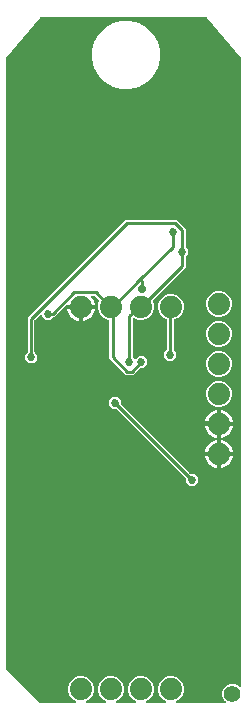
<source format=gbr>
G04 EAGLE Gerber RS-274X export*
G75*
%MOMM*%
%FSLAX34Y34*%
%LPD*%
%INBottom Copper*%
%IPPOS*%
%AMOC8*
5,1,8,0,0,1.08239X$1,22.5*%
G01*
%ADD10C,1.422400*%
%ADD11C,1.879600*%
%ADD12C,0.254000*%
%ADD13C,0.685800*%
%ADD14C,0.705600*%

G36*
X63899Y132096D02*
X63899Y132096D01*
X63996Y132106D01*
X64020Y132116D01*
X64046Y132120D01*
X64132Y132166D01*
X64221Y132206D01*
X64240Y132223D01*
X64263Y132236D01*
X64330Y132306D01*
X64402Y132372D01*
X64415Y132395D01*
X64433Y132414D01*
X64474Y132502D01*
X64521Y132588D01*
X64525Y132613D01*
X64536Y132637D01*
X64547Y132734D01*
X64564Y132830D01*
X64561Y132856D01*
X64563Y132881D01*
X64543Y132977D01*
X64529Y133073D01*
X64517Y133096D01*
X64511Y133122D01*
X64461Y133205D01*
X64417Y133292D01*
X64398Y133311D01*
X64385Y133333D01*
X64311Y133396D01*
X64241Y133464D01*
X64213Y133480D01*
X64198Y133493D01*
X64167Y133505D01*
X64095Y133545D01*
X62393Y134250D01*
X59320Y137323D01*
X57657Y141337D01*
X57657Y145683D01*
X59320Y149697D01*
X62393Y152770D01*
X66407Y154433D01*
X70753Y154433D01*
X74767Y152770D01*
X77840Y149697D01*
X79503Y145683D01*
X79503Y141337D01*
X77840Y137323D01*
X74767Y134250D01*
X73065Y133545D01*
X72982Y133494D01*
X72897Y133448D01*
X72879Y133430D01*
X72856Y133416D01*
X72794Y133340D01*
X72727Y133270D01*
X72716Y133246D01*
X72700Y133226D01*
X72665Y133135D01*
X72624Y133047D01*
X72621Y133021D01*
X72611Y132997D01*
X72607Y132899D01*
X72597Y132803D01*
X72602Y132777D01*
X72601Y132751D01*
X72628Y132657D01*
X72649Y132562D01*
X72662Y132540D01*
X72670Y132515D01*
X72725Y132435D01*
X72775Y132351D01*
X72795Y132334D01*
X72810Y132313D01*
X72888Y132254D01*
X72962Y132191D01*
X72986Y132181D01*
X73007Y132166D01*
X73100Y132136D01*
X73190Y132099D01*
X73223Y132096D01*
X73241Y132090D01*
X73274Y132090D01*
X73357Y132081D01*
X89203Y132081D01*
X89299Y132096D01*
X89396Y132106D01*
X89420Y132116D01*
X89446Y132120D01*
X89532Y132166D01*
X89621Y132206D01*
X89640Y132223D01*
X89663Y132236D01*
X89730Y132306D01*
X89802Y132372D01*
X89815Y132395D01*
X89833Y132414D01*
X89874Y132502D01*
X89921Y132588D01*
X89925Y132613D01*
X89936Y132637D01*
X89947Y132734D01*
X89964Y132830D01*
X89961Y132856D01*
X89963Y132881D01*
X89943Y132977D01*
X89929Y133073D01*
X89917Y133096D01*
X89911Y133122D01*
X89861Y133205D01*
X89817Y133292D01*
X89798Y133311D01*
X89785Y133333D01*
X89711Y133396D01*
X89641Y133464D01*
X89613Y133480D01*
X89598Y133493D01*
X89567Y133505D01*
X89495Y133545D01*
X87793Y134250D01*
X84720Y137323D01*
X83057Y141337D01*
X83057Y145683D01*
X84720Y149697D01*
X87793Y152770D01*
X91807Y154433D01*
X96153Y154433D01*
X100167Y152770D01*
X103240Y149697D01*
X104903Y145683D01*
X104903Y141337D01*
X103240Y137323D01*
X100167Y134250D01*
X98465Y133545D01*
X98382Y133494D01*
X98297Y133448D01*
X98279Y133430D01*
X98256Y133416D01*
X98194Y133340D01*
X98127Y133270D01*
X98116Y133246D01*
X98100Y133226D01*
X98065Y133135D01*
X98024Y133047D01*
X98021Y133021D01*
X98011Y132997D01*
X98007Y132899D01*
X97997Y132803D01*
X98002Y132777D01*
X98001Y132751D01*
X98028Y132657D01*
X98049Y132562D01*
X98062Y132540D01*
X98070Y132515D01*
X98125Y132435D01*
X98175Y132351D01*
X98195Y132334D01*
X98210Y132313D01*
X98288Y132254D01*
X98362Y132191D01*
X98386Y132181D01*
X98407Y132166D01*
X98500Y132136D01*
X98590Y132099D01*
X98623Y132096D01*
X98641Y132090D01*
X98674Y132090D01*
X98757Y132081D01*
X114603Y132081D01*
X114699Y132096D01*
X114796Y132106D01*
X114820Y132116D01*
X114846Y132120D01*
X114932Y132166D01*
X115021Y132206D01*
X115040Y132223D01*
X115063Y132236D01*
X115130Y132306D01*
X115202Y132372D01*
X115215Y132395D01*
X115233Y132414D01*
X115274Y132502D01*
X115321Y132588D01*
X115325Y132613D01*
X115336Y132637D01*
X115347Y132734D01*
X115364Y132830D01*
X115361Y132856D01*
X115363Y132881D01*
X115343Y132977D01*
X115329Y133073D01*
X115317Y133096D01*
X115311Y133122D01*
X115261Y133205D01*
X115217Y133292D01*
X115198Y133311D01*
X115185Y133333D01*
X115111Y133396D01*
X115041Y133464D01*
X115013Y133480D01*
X114998Y133493D01*
X114967Y133505D01*
X114895Y133545D01*
X113193Y134250D01*
X110120Y137323D01*
X108457Y141337D01*
X108457Y145683D01*
X110120Y149697D01*
X113193Y152770D01*
X117207Y154433D01*
X121553Y154433D01*
X125567Y152770D01*
X128640Y149697D01*
X130303Y145683D01*
X130303Y141337D01*
X128640Y137323D01*
X125567Y134250D01*
X123865Y133545D01*
X123782Y133494D01*
X123697Y133448D01*
X123679Y133430D01*
X123656Y133416D01*
X123594Y133340D01*
X123527Y133270D01*
X123516Y133246D01*
X123500Y133226D01*
X123465Y133135D01*
X123424Y133047D01*
X123421Y133021D01*
X123411Y132997D01*
X123407Y132899D01*
X123397Y132803D01*
X123402Y132777D01*
X123401Y132751D01*
X123428Y132657D01*
X123449Y132562D01*
X123462Y132540D01*
X123470Y132515D01*
X123525Y132435D01*
X123575Y132351D01*
X123595Y132334D01*
X123610Y132313D01*
X123688Y132254D01*
X123762Y132191D01*
X123786Y132181D01*
X123807Y132166D01*
X123900Y132136D01*
X123990Y132099D01*
X124023Y132096D01*
X124041Y132090D01*
X124074Y132090D01*
X124157Y132081D01*
X140003Y132081D01*
X140099Y132096D01*
X140196Y132106D01*
X140220Y132116D01*
X140246Y132120D01*
X140332Y132166D01*
X140421Y132206D01*
X140440Y132223D01*
X140463Y132236D01*
X140530Y132306D01*
X140602Y132372D01*
X140615Y132395D01*
X140633Y132414D01*
X140674Y132502D01*
X140721Y132588D01*
X140725Y132613D01*
X140736Y132637D01*
X140747Y132734D01*
X140764Y132830D01*
X140761Y132856D01*
X140763Y132881D01*
X140743Y132977D01*
X140729Y133073D01*
X140717Y133096D01*
X140711Y133122D01*
X140661Y133205D01*
X140617Y133292D01*
X140598Y133311D01*
X140585Y133333D01*
X140511Y133396D01*
X140441Y133464D01*
X140413Y133480D01*
X140398Y133493D01*
X140367Y133505D01*
X140295Y133545D01*
X138593Y134250D01*
X135520Y137323D01*
X133857Y141337D01*
X133857Y145683D01*
X135520Y149697D01*
X138593Y152770D01*
X142607Y154433D01*
X146953Y154433D01*
X150967Y152770D01*
X154040Y149697D01*
X155703Y145683D01*
X155703Y141337D01*
X154040Y137323D01*
X150967Y134250D01*
X149265Y133545D01*
X149182Y133494D01*
X149097Y133448D01*
X149079Y133430D01*
X149056Y133416D01*
X148994Y133340D01*
X148927Y133270D01*
X148916Y133246D01*
X148900Y133226D01*
X148865Y133135D01*
X148824Y133047D01*
X148821Y133021D01*
X148811Y132997D01*
X148807Y132899D01*
X148797Y132803D01*
X148802Y132777D01*
X148801Y132751D01*
X148828Y132657D01*
X148849Y132562D01*
X148862Y132540D01*
X148870Y132515D01*
X148925Y132435D01*
X148975Y132351D01*
X148995Y132334D01*
X149010Y132313D01*
X149088Y132254D01*
X149162Y132191D01*
X149186Y132181D01*
X149207Y132166D01*
X149300Y132136D01*
X149390Y132099D01*
X149423Y132096D01*
X149441Y132090D01*
X149474Y132090D01*
X149557Y132081D01*
X190417Y132081D01*
X190488Y132092D01*
X190560Y132094D01*
X190609Y132112D01*
X190660Y132120D01*
X190723Y132154D01*
X190791Y132179D01*
X190831Y132211D01*
X190877Y132236D01*
X190927Y132288D01*
X190983Y132332D01*
X191011Y132376D01*
X191047Y132414D01*
X191077Y132479D01*
X191116Y132539D01*
X191128Y132590D01*
X191150Y132637D01*
X191158Y132708D01*
X191176Y132778D01*
X191172Y132830D01*
X191177Y132881D01*
X191162Y132952D01*
X191157Y133023D01*
X191136Y133071D01*
X191125Y133122D01*
X191088Y133183D01*
X191060Y133249D01*
X191016Y133305D01*
X190999Y133333D01*
X190981Y133348D01*
X190956Y133380D01*
X189528Y134808D01*
X188213Y137982D01*
X188213Y141418D01*
X189528Y144592D01*
X191958Y147022D01*
X195132Y148337D01*
X198568Y148337D01*
X201742Y147022D01*
X203170Y145594D01*
X203228Y145553D01*
X203280Y145503D01*
X203327Y145481D01*
X203369Y145451D01*
X203438Y145430D01*
X203503Y145400D01*
X203555Y145394D01*
X203605Y145379D01*
X203676Y145380D01*
X203747Y145373D01*
X203798Y145384D01*
X203850Y145385D01*
X203918Y145410D01*
X203988Y145425D01*
X204033Y145451D01*
X204081Y145469D01*
X204137Y145514D01*
X204199Y145551D01*
X204233Y145591D01*
X204273Y145623D01*
X204312Y145683D01*
X204359Y145738D01*
X204378Y145786D01*
X204406Y145830D01*
X204424Y145899D01*
X204451Y145966D01*
X204459Y146037D01*
X204467Y146069D01*
X204465Y146092D01*
X204469Y146133D01*
X204469Y677335D01*
X204460Y677391D01*
X204461Y677448D01*
X204440Y677512D01*
X204430Y677578D01*
X204403Y677628D01*
X204385Y677682D01*
X204329Y677768D01*
X204314Y677795D01*
X204305Y677804D01*
X204293Y677822D01*
X175649Y712195D01*
X175647Y712197D01*
X175646Y712199D01*
X175553Y712278D01*
X175463Y712356D01*
X175460Y712357D01*
X175459Y712359D01*
X175344Y712405D01*
X175235Y712450D01*
X175233Y712450D01*
X175230Y712451D01*
X175064Y712469D01*
X34486Y712469D01*
X34484Y712469D01*
X34482Y712469D01*
X34360Y712449D01*
X34243Y712430D01*
X34241Y712428D01*
X34239Y712428D01*
X34131Y712370D01*
X34026Y712314D01*
X34025Y712313D01*
X34022Y712312D01*
X33901Y712195D01*
X5257Y677822D01*
X5228Y677773D01*
X5191Y677730D01*
X5166Y677668D01*
X5132Y677610D01*
X5121Y677555D01*
X5099Y677502D01*
X5088Y677400D01*
X5082Y677370D01*
X5083Y677356D01*
X5081Y677335D01*
X5081Y161170D01*
X5095Y161080D01*
X5103Y160989D01*
X5115Y160959D01*
X5120Y160927D01*
X5163Y160846D01*
X5199Y160762D01*
X5225Y160730D01*
X5236Y160710D01*
X5259Y160687D01*
X5304Y160632D01*
X33632Y132304D01*
X33705Y132251D01*
X33775Y132191D01*
X33805Y132179D01*
X33831Y132160D01*
X33918Y132133D01*
X34003Y132099D01*
X34044Y132095D01*
X34066Y132088D01*
X34099Y132089D01*
X34170Y132081D01*
X63803Y132081D01*
X63899Y132096D01*
G37*
%LPC*%
G36*
X106538Y409701D02*
X106538Y409701D01*
X92709Y423530D01*
X92709Y455676D01*
X92706Y455696D01*
X92708Y455715D01*
X92686Y455817D01*
X92670Y455919D01*
X92660Y455936D01*
X92656Y455956D01*
X92603Y456045D01*
X92554Y456136D01*
X92540Y456150D01*
X92530Y456167D01*
X92451Y456234D01*
X92376Y456306D01*
X92358Y456314D01*
X92343Y456327D01*
X92247Y456366D01*
X92153Y456409D01*
X92133Y456411D01*
X92115Y456419D01*
X91948Y456437D01*
X91807Y456437D01*
X87793Y458100D01*
X84720Y461173D01*
X83057Y465187D01*
X83057Y469533D01*
X84119Y472096D01*
X84128Y472135D01*
X84137Y472154D01*
X84141Y472191D01*
X84146Y472210D01*
X84174Y472323D01*
X84174Y472329D01*
X84175Y472335D01*
X84164Y472452D01*
X84155Y472568D01*
X84153Y472574D01*
X84152Y472580D01*
X84104Y472688D01*
X84059Y472795D01*
X84054Y472800D01*
X84052Y472805D01*
X84039Y472819D01*
X83954Y472926D01*
X80345Y476534D01*
X80271Y476587D01*
X80202Y476647D01*
X80172Y476659D01*
X80146Y476678D01*
X80059Y476705D01*
X79974Y476739D01*
X79933Y476743D01*
X79911Y476750D01*
X79878Y476749D01*
X79807Y476757D01*
X77904Y476757D01*
X77834Y476746D01*
X77762Y476744D01*
X77713Y476726D01*
X77662Y476718D01*
X77598Y476684D01*
X77531Y476659D01*
X77490Y476627D01*
X77444Y476602D01*
X77395Y476551D01*
X77339Y476506D01*
X77311Y476462D01*
X77275Y476424D01*
X77245Y476359D01*
X77206Y476299D01*
X77193Y476248D01*
X77171Y476201D01*
X77163Y476130D01*
X77146Y476060D01*
X77150Y476008D01*
X77144Y475957D01*
X77159Y475886D01*
X77165Y475815D01*
X77185Y475767D01*
X77196Y475716D01*
X77233Y475655D01*
X77261Y475589D01*
X77306Y475533D01*
X77323Y475505D01*
X77340Y475490D01*
X77366Y475458D01*
X77686Y475138D01*
X78791Y473617D01*
X79644Y471943D01*
X80225Y470156D01*
X80426Y468883D01*
X69342Y468883D01*
X69322Y468880D01*
X69303Y468882D01*
X69201Y468860D01*
X69099Y468843D01*
X69082Y468834D01*
X69062Y468830D01*
X68973Y468777D01*
X68882Y468728D01*
X68868Y468714D01*
X68851Y468704D01*
X68784Y468625D01*
X68713Y468550D01*
X68704Y468532D01*
X68691Y468517D01*
X68653Y468421D01*
X68609Y468327D01*
X68607Y468307D01*
X68599Y468289D01*
X68581Y468122D01*
X68581Y467359D01*
X68579Y467359D01*
X68579Y468122D01*
X68576Y468142D01*
X68578Y468161D01*
X68556Y468263D01*
X68539Y468365D01*
X68530Y468382D01*
X68526Y468402D01*
X68473Y468491D01*
X68424Y468582D01*
X68410Y468596D01*
X68400Y468613D01*
X68321Y468680D01*
X68246Y468751D01*
X68228Y468760D01*
X68213Y468773D01*
X68117Y468812D01*
X68023Y468855D01*
X68003Y468857D01*
X67985Y468865D01*
X67818Y468883D01*
X56591Y468883D01*
X56501Y468868D01*
X56410Y468861D01*
X56380Y468849D01*
X56348Y468843D01*
X56267Y468801D01*
X56184Y468765D01*
X56151Y468739D01*
X56131Y468728D01*
X56109Y468705D01*
X56053Y468660D01*
X45862Y458469D01*
X45166Y458469D01*
X45076Y458455D01*
X44985Y458447D01*
X44955Y458435D01*
X44923Y458430D01*
X44843Y458387D01*
X44759Y458351D01*
X44727Y458325D01*
X44706Y458314D01*
X44684Y458291D01*
X44628Y458246D01*
X42692Y456310D01*
X38588Y456310D01*
X35686Y459212D01*
X35686Y460680D01*
X35675Y460751D01*
X35673Y460823D01*
X35655Y460872D01*
X35647Y460923D01*
X35613Y460986D01*
X35588Y461054D01*
X35556Y461094D01*
X35531Y461140D01*
X35479Y461190D01*
X35435Y461246D01*
X35391Y461274D01*
X35353Y461310D01*
X35288Y461340D01*
X35228Y461379D01*
X35177Y461391D01*
X35130Y461413D01*
X35059Y461421D01*
X34989Y461439D01*
X34937Y461435D01*
X34886Y461440D01*
X34815Y461425D01*
X34744Y461420D01*
X34696Y461399D01*
X34645Y461388D01*
X34584Y461351D01*
X34518Y461323D01*
X34462Y461278D01*
X34434Y461262D01*
X34419Y461244D01*
X34387Y461218D01*
X29434Y456265D01*
X29381Y456191D01*
X29321Y456122D01*
X29309Y456092D01*
X29290Y456066D01*
X29263Y455978D01*
X29229Y455894D01*
X29225Y455853D01*
X29218Y455831D01*
X29219Y455798D01*
X29211Y455727D01*
X29211Y429214D01*
X29225Y429124D01*
X29233Y429033D01*
X29245Y429003D01*
X29250Y428971D01*
X29293Y428891D01*
X29329Y428807D01*
X29355Y428775D01*
X29366Y428754D01*
X29389Y428732D01*
X29434Y428676D01*
X31370Y426740D01*
X31370Y422636D01*
X28468Y419734D01*
X24364Y419734D01*
X21462Y422636D01*
X21462Y426740D01*
X23398Y428676D01*
X23451Y428750D01*
X23511Y428819D01*
X23523Y428849D01*
X23542Y428876D01*
X23569Y428963D01*
X23603Y429047D01*
X23607Y429088D01*
X23614Y429111D01*
X23613Y429143D01*
X23621Y429214D01*
X23621Y458358D01*
X106538Y541275D01*
X149494Y541275D01*
X157227Y533542D01*
X157227Y518622D01*
X157241Y518532D01*
X157249Y518441D01*
X157261Y518411D01*
X157266Y518379D01*
X157309Y518299D01*
X157345Y518215D01*
X157371Y518183D01*
X157382Y518162D01*
X157405Y518140D01*
X157450Y518084D01*
X159386Y516148D01*
X159386Y512044D01*
X157450Y510108D01*
X157397Y510034D01*
X157337Y509965D01*
X157325Y509934D01*
X157306Y509908D01*
X157279Y509821D01*
X157245Y509736D01*
X157241Y509696D01*
X157234Y509673D01*
X157235Y509641D01*
X157227Y509570D01*
X157227Y500746D01*
X129406Y472926D01*
X129338Y472832D01*
X129268Y472737D01*
X129266Y472731D01*
X129262Y472726D01*
X129228Y472615D01*
X129192Y472503D01*
X129192Y472497D01*
X129190Y472491D01*
X129193Y472374D01*
X129194Y472257D01*
X129196Y472250D01*
X129196Y472245D01*
X129203Y472227D01*
X129241Y472096D01*
X130303Y469533D01*
X130303Y465187D01*
X128640Y461173D01*
X125567Y458100D01*
X121553Y456437D01*
X117207Y456437D01*
X113575Y457942D01*
X113531Y457952D01*
X113489Y457972D01*
X113412Y457980D01*
X113336Y457998D01*
X113290Y457994D01*
X113245Y457999D01*
X113168Y457982D01*
X113091Y457975D01*
X113049Y457956D01*
X113004Y457946D01*
X112937Y457906D01*
X112866Y457875D01*
X112832Y457844D01*
X112793Y457820D01*
X112742Y457761D01*
X112685Y457708D01*
X112663Y457668D01*
X112633Y457633D01*
X112604Y457561D01*
X112567Y457493D01*
X112558Y457448D01*
X112541Y457405D01*
X112526Y457269D01*
X112523Y457251D01*
X112524Y457246D01*
X112523Y457238D01*
X112523Y425150D01*
X112525Y425135D01*
X112524Y425123D01*
X112538Y425059D01*
X112545Y424969D01*
X112557Y424939D01*
X112562Y424907D01*
X112605Y424827D01*
X112641Y424743D01*
X112667Y424711D01*
X112678Y424690D01*
X112701Y424668D01*
X112746Y424612D01*
X114270Y423088D01*
X114286Y423076D01*
X114298Y423061D01*
X114368Y423016D01*
X114400Y422989D01*
X114418Y422981D01*
X114469Y422944D01*
X114488Y422939D01*
X114505Y422928D01*
X114606Y422902D01*
X114705Y422872D01*
X114724Y422873D01*
X114744Y422868D01*
X114847Y422876D01*
X114950Y422878D01*
X114969Y422885D01*
X114989Y422887D01*
X115061Y422918D01*
X115064Y422918D01*
X115071Y422922D01*
X115084Y422927D01*
X115181Y422963D01*
X115197Y422975D01*
X115215Y422983D01*
X115271Y423027D01*
X115281Y423033D01*
X115293Y423045D01*
X115346Y423088D01*
X117836Y425578D01*
X121940Y425578D01*
X124842Y422676D01*
X124842Y418572D01*
X121940Y415670D01*
X119202Y415670D01*
X119112Y415656D01*
X119021Y415648D01*
X118991Y415636D01*
X118959Y415631D01*
X118879Y415588D01*
X118795Y415552D01*
X118762Y415526D01*
X118742Y415515D01*
X118720Y415492D01*
X118664Y415447D01*
X114778Y411561D01*
X112918Y409701D01*
X106538Y409701D01*
G37*
%LPD*%
%LPC*%
G36*
X102884Y651890D02*
X102884Y651890D01*
X95552Y653855D01*
X88978Y657650D01*
X83610Y663018D01*
X79815Y669592D01*
X77850Y676924D01*
X77850Y684516D01*
X79815Y691848D01*
X83610Y698422D01*
X88978Y703790D01*
X95552Y707585D01*
X102884Y709550D01*
X110476Y709550D01*
X117808Y707585D01*
X124382Y703790D01*
X129750Y698422D01*
X133545Y691848D01*
X135510Y684516D01*
X135510Y676924D01*
X133545Y669592D01*
X129750Y663018D01*
X124382Y657650D01*
X117808Y653855D01*
X110476Y651890D01*
X102884Y651890D01*
G37*
%LPD*%
%LPC*%
G36*
X160508Y316102D02*
X160508Y316102D01*
X157606Y319004D01*
X157606Y321742D01*
X157592Y321832D01*
X157584Y321923D01*
X157572Y321953D01*
X157567Y321985D01*
X157524Y322066D01*
X157488Y322149D01*
X157462Y322182D01*
X157451Y322202D01*
X157428Y322224D01*
X157383Y322280D01*
X98760Y380903D01*
X98686Y380956D01*
X98617Y381016D01*
X98587Y381028D01*
X98561Y381047D01*
X98474Y381074D01*
X98389Y381108D01*
X98348Y381112D01*
X98326Y381119D01*
X98293Y381118D01*
X98222Y381126D01*
X95484Y381126D01*
X92582Y384028D01*
X92582Y388132D01*
X95484Y391034D01*
X99588Y391034D01*
X102490Y388132D01*
X102490Y385394D01*
X102504Y385304D01*
X102512Y385213D01*
X102524Y385183D01*
X102529Y385151D01*
X102572Y385070D01*
X102608Y384987D01*
X102634Y384954D01*
X102645Y384934D01*
X102668Y384912D01*
X102713Y384856D01*
X161336Y326233D01*
X161410Y326180D01*
X161479Y326120D01*
X161509Y326108D01*
X161535Y326089D01*
X161622Y326062D01*
X161707Y326028D01*
X161748Y326024D01*
X161770Y326017D01*
X161803Y326018D01*
X161874Y326010D01*
X164612Y326010D01*
X167514Y323108D01*
X167514Y319004D01*
X164612Y316102D01*
X160508Y316102D01*
G37*
%LPD*%
%LPC*%
G36*
X142220Y421766D02*
X142220Y421766D01*
X139318Y424668D01*
X139318Y428772D01*
X141254Y430708D01*
X141307Y430782D01*
X141324Y430802D01*
X141346Y430824D01*
X141348Y430829D01*
X141367Y430851D01*
X141379Y430881D01*
X141398Y430908D01*
X141424Y430993D01*
X141449Y431047D01*
X141450Y431059D01*
X141459Y431079D01*
X141463Y431120D01*
X141470Y431143D01*
X141469Y431175D01*
X141477Y431246D01*
X141477Y456397D01*
X141476Y456407D01*
X141476Y456413D01*
X141470Y456442D01*
X141458Y456511D01*
X141441Y456628D01*
X141439Y456633D01*
X141438Y456639D01*
X141383Y456742D01*
X141330Y456847D01*
X141325Y456851D01*
X141322Y456857D01*
X141238Y456937D01*
X141154Y457019D01*
X141148Y457023D01*
X141144Y457026D01*
X141127Y457034D01*
X141007Y457100D01*
X138593Y458100D01*
X135520Y461173D01*
X133857Y465187D01*
X133857Y469533D01*
X135520Y473547D01*
X138593Y476620D01*
X142607Y478283D01*
X146953Y478283D01*
X150967Y476620D01*
X154040Y473547D01*
X155703Y469533D01*
X155703Y465187D01*
X154040Y461173D01*
X150967Y458100D01*
X147537Y456679D01*
X147437Y456618D01*
X147337Y456558D01*
X147333Y456553D01*
X147328Y456550D01*
X147253Y456460D01*
X147177Y456371D01*
X147175Y456365D01*
X147171Y456360D01*
X147129Y456252D01*
X147085Y456143D01*
X147084Y456135D01*
X147083Y456130D01*
X147082Y456112D01*
X147067Y455976D01*
X147067Y431246D01*
X147070Y431229D01*
X147068Y431213D01*
X147082Y431146D01*
X147089Y431065D01*
X147101Y431035D01*
X147106Y431003D01*
X147118Y430982D01*
X147120Y430972D01*
X147146Y430928D01*
X147149Y430923D01*
X147185Y430839D01*
X147211Y430807D01*
X147222Y430786D01*
X147244Y430765D01*
X147246Y430761D01*
X147249Y430758D01*
X147290Y430708D01*
X149226Y428772D01*
X149226Y424668D01*
X146324Y421766D01*
X142220Y421766D01*
G37*
%LPD*%
%LPC*%
G36*
X183247Y433577D02*
X183247Y433577D01*
X179233Y435240D01*
X176160Y438313D01*
X174497Y442327D01*
X174497Y446673D01*
X176160Y450687D01*
X179233Y453760D01*
X183247Y455423D01*
X187593Y455423D01*
X191607Y453760D01*
X194680Y450687D01*
X196343Y446673D01*
X196343Y442327D01*
X194680Y438313D01*
X191607Y435240D01*
X187593Y433577D01*
X183247Y433577D01*
G37*
%LPD*%
%LPC*%
G36*
X183247Y408177D02*
X183247Y408177D01*
X179233Y409840D01*
X176160Y412913D01*
X174497Y416927D01*
X174497Y421273D01*
X176160Y425287D01*
X179233Y428360D01*
X183247Y430023D01*
X187593Y430023D01*
X191607Y428360D01*
X194680Y425287D01*
X196343Y421273D01*
X196343Y416927D01*
X194680Y412913D01*
X191607Y409840D01*
X187593Y408177D01*
X183247Y408177D01*
G37*
%LPD*%
%LPC*%
G36*
X183247Y382777D02*
X183247Y382777D01*
X179233Y384440D01*
X176160Y387513D01*
X174497Y391527D01*
X174497Y395873D01*
X176160Y399887D01*
X179233Y402960D01*
X183247Y404623D01*
X187593Y404623D01*
X191607Y402960D01*
X194680Y399887D01*
X196343Y395873D01*
X196343Y391527D01*
X194680Y387513D01*
X191607Y384440D01*
X187593Y382777D01*
X183247Y382777D01*
G37*
%LPD*%
%LPC*%
G36*
X183247Y458977D02*
X183247Y458977D01*
X179233Y460640D01*
X176160Y463713D01*
X174497Y467727D01*
X174497Y472073D01*
X176160Y476087D01*
X179233Y479160D01*
X183247Y480823D01*
X187593Y480823D01*
X191607Y479160D01*
X194680Y476087D01*
X196343Y472073D01*
X196343Y467727D01*
X194680Y463713D01*
X191607Y460640D01*
X187593Y458977D01*
X183247Y458977D01*
G37*
%LPD*%
%LPC*%
G36*
X186943Y369823D02*
X186943Y369823D01*
X186943Y380146D01*
X188216Y379945D01*
X190003Y379364D01*
X191677Y378511D01*
X193198Y377406D01*
X194526Y376078D01*
X195631Y374557D01*
X196484Y372883D01*
X197065Y371096D01*
X197266Y369823D01*
X186943Y369823D01*
G37*
%LPD*%
%LPC*%
G36*
X186943Y344423D02*
X186943Y344423D01*
X186943Y354746D01*
X188216Y354545D01*
X190003Y353964D01*
X191677Y353111D01*
X193198Y352006D01*
X194526Y350678D01*
X195631Y349157D01*
X196484Y347483D01*
X197065Y345696D01*
X197266Y344423D01*
X186943Y344423D01*
G37*
%LPD*%
%LPC*%
G36*
X173574Y369823D02*
X173574Y369823D01*
X173775Y371096D01*
X174356Y372883D01*
X175209Y374557D01*
X176314Y376078D01*
X177642Y377406D01*
X179163Y378511D01*
X180837Y379364D01*
X182624Y379945D01*
X183897Y380146D01*
X183897Y369823D01*
X173574Y369823D01*
G37*
%LPD*%
%LPC*%
G36*
X70103Y465837D02*
X70103Y465837D01*
X80426Y465837D01*
X80225Y464564D01*
X79644Y462777D01*
X78791Y461103D01*
X77686Y459582D01*
X76358Y458254D01*
X74837Y457149D01*
X73163Y456296D01*
X71376Y455715D01*
X70103Y455514D01*
X70103Y465837D01*
G37*
%LPD*%
%LPC*%
G36*
X186943Y341377D02*
X186943Y341377D01*
X197266Y341377D01*
X197065Y340104D01*
X196484Y338317D01*
X195631Y336643D01*
X194526Y335122D01*
X193198Y333794D01*
X191677Y332689D01*
X190003Y331836D01*
X188216Y331255D01*
X186943Y331054D01*
X186943Y341377D01*
G37*
%LPD*%
%LPC*%
G36*
X186943Y366777D02*
X186943Y366777D01*
X197266Y366777D01*
X197065Y365504D01*
X196484Y363717D01*
X195631Y362043D01*
X194526Y360522D01*
X193198Y359194D01*
X191677Y358089D01*
X190003Y357236D01*
X188216Y356655D01*
X186943Y356454D01*
X186943Y366777D01*
G37*
%LPD*%
%LPC*%
G36*
X173574Y344423D02*
X173574Y344423D01*
X173775Y345696D01*
X174356Y347483D01*
X175209Y349157D01*
X176314Y350678D01*
X177642Y352006D01*
X179163Y353111D01*
X180837Y353964D01*
X182624Y354545D01*
X183897Y354746D01*
X183897Y344423D01*
X173574Y344423D01*
G37*
%LPD*%
%LPC*%
G36*
X65784Y455715D02*
X65784Y455715D01*
X63997Y456296D01*
X62323Y457149D01*
X60802Y458254D01*
X59474Y459582D01*
X58369Y461103D01*
X57516Y462777D01*
X56935Y464564D01*
X56734Y465837D01*
X67057Y465837D01*
X67057Y455514D01*
X65784Y455715D01*
G37*
%LPD*%
%LPC*%
G36*
X182624Y356655D02*
X182624Y356655D01*
X180837Y357236D01*
X179163Y358089D01*
X177642Y359194D01*
X176314Y360522D01*
X175209Y362043D01*
X174356Y363717D01*
X173775Y365504D01*
X173574Y366777D01*
X183897Y366777D01*
X183897Y356454D01*
X182624Y356655D01*
G37*
%LPD*%
%LPC*%
G36*
X182624Y331255D02*
X182624Y331255D01*
X180837Y331836D01*
X179163Y332689D01*
X177642Y333794D01*
X176314Y335122D01*
X175209Y336643D01*
X174356Y338317D01*
X173775Y340104D01*
X173574Y341377D01*
X183897Y341377D01*
X183897Y331054D01*
X182624Y331255D01*
G37*
%LPD*%
%LPC*%
G36*
X185419Y342899D02*
X185419Y342899D01*
X185419Y342901D01*
X185421Y342901D01*
X185421Y342899D01*
X185419Y342899D01*
G37*
%LPD*%
%LPC*%
G36*
X185419Y368299D02*
X185419Y368299D01*
X185419Y368301D01*
X185421Y368301D01*
X185421Y368299D01*
X185419Y368299D01*
G37*
%LPD*%
D10*
X196850Y139700D03*
D11*
X185420Y342900D03*
X185420Y368300D03*
X185420Y393700D03*
X185420Y419100D03*
X185420Y444500D03*
X185420Y469900D03*
X144780Y467360D03*
X119380Y467360D03*
X93980Y467360D03*
X68580Y467360D03*
X144780Y143510D03*
X119380Y143510D03*
X93980Y143510D03*
X68580Y143510D03*
D12*
X69088Y445008D02*
X69088Y467360D01*
X69088Y445008D02*
X144272Y369824D01*
X184912Y369824D01*
X69088Y467360D02*
X68580Y467360D01*
X184912Y369824D02*
X185420Y368300D01*
X144272Y426720D02*
X144272Y467360D01*
X144780Y467360D01*
D13*
X144272Y426720D03*
D12*
X97536Y386080D02*
X162560Y321056D01*
D13*
X97536Y386080D03*
X162560Y321056D03*
D12*
X146304Y518160D02*
X146304Y530352D01*
X118872Y490728D02*
X95504Y467360D01*
X118872Y490728D02*
X146304Y518160D01*
X119888Y420624D02*
X111760Y412496D01*
X107696Y412496D01*
X95504Y424688D01*
X95504Y467360D01*
X93980Y467360D01*
X44704Y461264D02*
X40640Y461264D01*
X44704Y461264D02*
X62992Y479552D01*
X81280Y479552D01*
X93472Y467360D01*
X93980Y467360D01*
D13*
X146304Y530352D03*
X119888Y420624D03*
X40640Y461264D03*
D14*
X120650Y482600D03*
D12*
X120650Y488950D01*
X118872Y490728D01*
X154432Y501904D02*
X154432Y514096D01*
X154432Y501904D02*
X119888Y467360D01*
X119380Y467360D01*
X109728Y459232D02*
X109728Y420624D01*
X109728Y459232D02*
X117856Y467360D01*
X119380Y467360D01*
X26416Y457200D02*
X26416Y424688D01*
X26416Y457200D02*
X107696Y538480D01*
X148336Y538480D01*
X154432Y532384D01*
X154432Y514096D01*
D13*
X154432Y514096D03*
X109728Y420624D03*
X26416Y424688D03*
M02*

</source>
